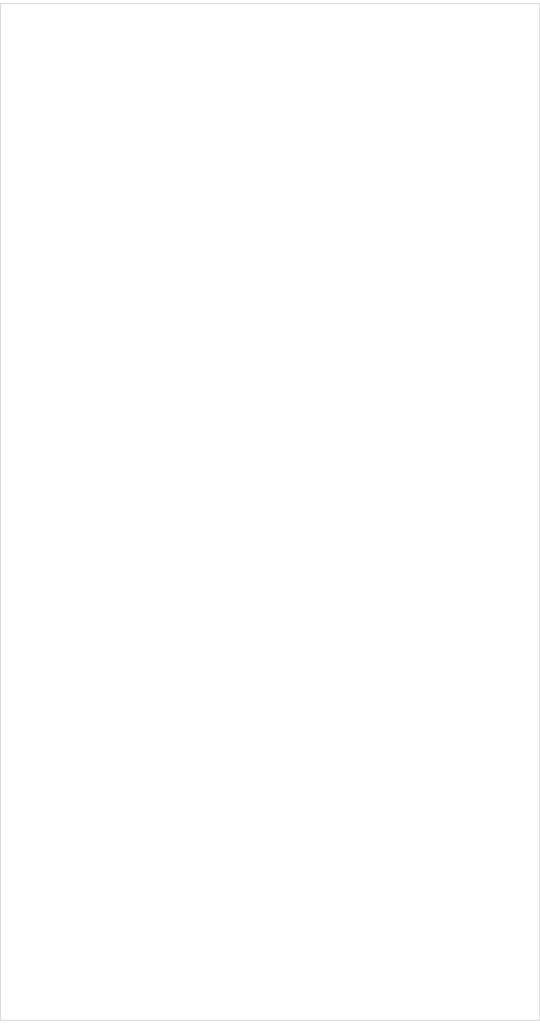
<source format=kicad_pcb>
(kicad_pcb (version 20211014) (generator pcbnew)
  (layers (0 "F.Cu" signal) (31 "B.Cu" signal) (34 "B.Paste" user) (35 "F.Paste" user) (36 "B.SilkS" user "B.Silkscreen") (37 "F.SilkS" user "F.Silkscreen") (38 "B.Mask" user) (39 "F.Mask" user) (44 "Edge.Cuts" user))
  (net 0 "")
  (footprint "MountingHole:MountingHole_3.2mm_M3" (layer "F.Cu") (at 7.5 130.35)
    (fp_text reference "REF**" hide)
    (fp_text value "MountingHole_3.2mm_M3" hide)
    (pad "" np_thru_hole oval locked (at 0 0) (size 7 3.2) (drill oval 7 3.2) (layers F&B.Cu *.Mask))
  )
  (footprint "MountingHole:MountingHole_3.2mm_M3" (layer "F.Cu") (at 63.38 130.35)
    (fp_text reference "REF**" hide)
    (fp_text value "MountingHole_3.2mm_M3" hide)
    (pad "" np_thru_hole oval locked (at 0 0) (size 7 3.2) (drill oval 7 3.2) (layers F&B.Cu *.Mask))
  )
  (footprint "MountingHole:MountingHole_3.2mm_M3" (layer "F.Cu") (at 63.38 3)
    (fp_text reference "REF**" hide)
    (fp_text value "MountingHole_3.2mm_M3" hide)
    (pad "" np_thru_hole oval locked (at 0 0) (size 7 3.2) (drill oval 7 3.2) (layers F&B.Cu *.Mask))
  )
  (footprint "MountingHole:MountingHole_3.2mm_M3" (layer "F.Cu") (at 7.5 3)
    (fp_text reference "REF**" hide)
    (fp_text value "MountingHole_3.2mm_M3" hide)
    (pad "" np_thru_hole oval locked (at 0 0) (size 7 3.2) (drill oval 7 3.2) (layers F&B.Cu *.Mask))
  )
  (gr_line (start 70.8 0) (end 70.8 133.35) (layer "Edge.Cuts") (width 0.1))
  (gr_line (start 0 133.35) (end 0 0) (layer "Edge.Cuts") (width 0.1))
  (gr_line (start 0 0) (end 70.8 0) (layer "Edge.Cuts") (width 0.1))
  (gr_line (start 70.8 133.35) (end 0 133.35) (layer "Edge.Cuts") (width 0.1))
)
</source>
